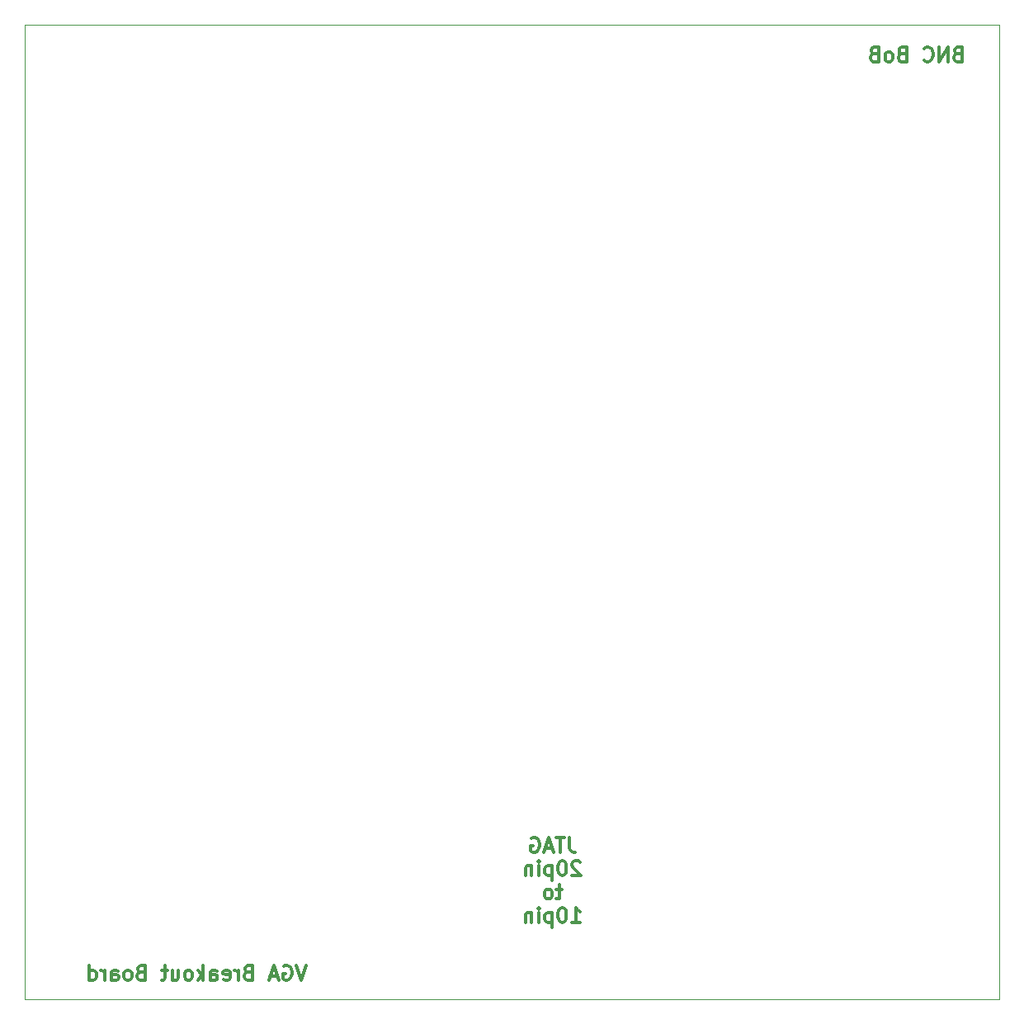
<source format=gbo>
G04 (created by PCBNEW (2013-mar-13)-testing) date Wed 17 Apr 2013 02:01:02 PM EDT*
%MOIN*%
G04 Gerber Fmt 3.4, Leading zero omitted, Abs format*
%FSLAX34Y34*%
G01*
G70*
G90*
G04 APERTURE LIST*
%ADD10C,0.006*%
%ADD11C,0.011811*%
%ADD12C,0.00393701*%
%ADD13R,0.06X0.06*%
%ADD14C,0.06*%
%ADD15C,0.0590551*%
%ADD16C,0.0593*%
%ADD17O,0.1378X0.2756*%
%ADD18O,0.063X0.0984*%
G04 APERTURE END LIST*
G54D10*
G54D11*
X77045Y-40557D02*
X76960Y-40585D01*
X76932Y-40614D01*
X76904Y-40670D01*
X76904Y-40754D01*
X76932Y-40810D01*
X76960Y-40839D01*
X77016Y-40867D01*
X77241Y-40867D01*
X77241Y-40276D01*
X77045Y-40276D01*
X76988Y-40304D01*
X76960Y-40332D01*
X76932Y-40389D01*
X76932Y-40445D01*
X76960Y-40501D01*
X76988Y-40529D01*
X77045Y-40557D01*
X77241Y-40557D01*
X76651Y-40867D02*
X76651Y-40276D01*
X76313Y-40867D01*
X76313Y-40276D01*
X75695Y-40810D02*
X75723Y-40839D01*
X75807Y-40867D01*
X75864Y-40867D01*
X75948Y-40839D01*
X76004Y-40782D01*
X76032Y-40726D01*
X76060Y-40614D01*
X76060Y-40529D01*
X76032Y-40417D01*
X76004Y-40360D01*
X75948Y-40304D01*
X75864Y-40276D01*
X75807Y-40276D01*
X75723Y-40304D01*
X75695Y-40332D01*
X74795Y-40557D02*
X74711Y-40585D01*
X74682Y-40614D01*
X74654Y-40670D01*
X74654Y-40754D01*
X74682Y-40810D01*
X74711Y-40839D01*
X74767Y-40867D01*
X74992Y-40867D01*
X74992Y-40276D01*
X74795Y-40276D01*
X74739Y-40304D01*
X74711Y-40332D01*
X74682Y-40389D01*
X74682Y-40445D01*
X74711Y-40501D01*
X74739Y-40529D01*
X74795Y-40557D01*
X74992Y-40557D01*
X74317Y-40867D02*
X74373Y-40839D01*
X74401Y-40810D01*
X74429Y-40754D01*
X74429Y-40585D01*
X74401Y-40529D01*
X74373Y-40501D01*
X74317Y-40473D01*
X74232Y-40473D01*
X74176Y-40501D01*
X74148Y-40529D01*
X74120Y-40585D01*
X74120Y-40754D01*
X74148Y-40810D01*
X74176Y-40839D01*
X74232Y-40867D01*
X74317Y-40867D01*
X73670Y-40557D02*
X73586Y-40585D01*
X73558Y-40614D01*
X73529Y-40670D01*
X73529Y-40754D01*
X73558Y-40810D01*
X73586Y-40839D01*
X73642Y-40867D01*
X73867Y-40867D01*
X73867Y-40276D01*
X73670Y-40276D01*
X73614Y-40304D01*
X73586Y-40332D01*
X73558Y-40389D01*
X73558Y-40445D01*
X73586Y-40501D01*
X73614Y-40529D01*
X73670Y-40557D01*
X73867Y-40557D01*
X50715Y-77376D02*
X50518Y-77967D01*
X50321Y-77376D01*
X49815Y-77404D02*
X49871Y-77376D01*
X49955Y-77376D01*
X50040Y-77404D01*
X50096Y-77460D01*
X50124Y-77517D01*
X50152Y-77629D01*
X50152Y-77714D01*
X50124Y-77826D01*
X50096Y-77882D01*
X50040Y-77939D01*
X49955Y-77967D01*
X49899Y-77967D01*
X49815Y-77939D01*
X49787Y-77910D01*
X49787Y-77714D01*
X49899Y-77714D01*
X49562Y-77798D02*
X49280Y-77798D01*
X49618Y-77967D02*
X49421Y-77376D01*
X49224Y-77967D01*
X48380Y-77657D02*
X48296Y-77685D01*
X48268Y-77714D01*
X48240Y-77770D01*
X48240Y-77854D01*
X48268Y-77910D01*
X48296Y-77939D01*
X48352Y-77967D01*
X48577Y-77967D01*
X48577Y-77376D01*
X48380Y-77376D01*
X48324Y-77404D01*
X48296Y-77432D01*
X48268Y-77489D01*
X48268Y-77545D01*
X48296Y-77601D01*
X48324Y-77629D01*
X48380Y-77657D01*
X48577Y-77657D01*
X47987Y-77967D02*
X47987Y-77573D01*
X47987Y-77685D02*
X47959Y-77629D01*
X47931Y-77601D01*
X47874Y-77573D01*
X47818Y-77573D01*
X47396Y-77939D02*
X47452Y-77967D01*
X47565Y-77967D01*
X47621Y-77939D01*
X47649Y-77882D01*
X47649Y-77657D01*
X47621Y-77601D01*
X47565Y-77573D01*
X47452Y-77573D01*
X47396Y-77601D01*
X47368Y-77657D01*
X47368Y-77714D01*
X47649Y-77770D01*
X46862Y-77967D02*
X46862Y-77657D01*
X46890Y-77601D01*
X46946Y-77573D01*
X47059Y-77573D01*
X47115Y-77601D01*
X46862Y-77939D02*
X46918Y-77967D01*
X47059Y-77967D01*
X47115Y-77939D01*
X47143Y-77882D01*
X47143Y-77826D01*
X47115Y-77770D01*
X47059Y-77742D01*
X46918Y-77742D01*
X46862Y-77714D01*
X46581Y-77967D02*
X46581Y-77376D01*
X46524Y-77742D02*
X46356Y-77967D01*
X46356Y-77573D02*
X46581Y-77798D01*
X46018Y-77967D02*
X46075Y-77939D01*
X46103Y-77910D01*
X46131Y-77854D01*
X46131Y-77685D01*
X46103Y-77629D01*
X46075Y-77601D01*
X46018Y-77573D01*
X45934Y-77573D01*
X45878Y-77601D01*
X45850Y-77629D01*
X45821Y-77685D01*
X45821Y-77854D01*
X45850Y-77910D01*
X45878Y-77939D01*
X45934Y-77967D01*
X46018Y-77967D01*
X45315Y-77573D02*
X45315Y-77967D01*
X45568Y-77573D02*
X45568Y-77882D01*
X45540Y-77939D01*
X45484Y-77967D01*
X45400Y-77967D01*
X45343Y-77939D01*
X45315Y-77910D01*
X45118Y-77573D02*
X44893Y-77573D01*
X45034Y-77376D02*
X45034Y-77882D01*
X45006Y-77939D01*
X44950Y-77967D01*
X44893Y-77967D01*
X44050Y-77657D02*
X43965Y-77685D01*
X43937Y-77714D01*
X43909Y-77770D01*
X43909Y-77854D01*
X43937Y-77910D01*
X43965Y-77939D01*
X44022Y-77967D01*
X44247Y-77967D01*
X44247Y-77376D01*
X44050Y-77376D01*
X43994Y-77404D01*
X43965Y-77432D01*
X43937Y-77489D01*
X43937Y-77545D01*
X43965Y-77601D01*
X43994Y-77629D01*
X44050Y-77657D01*
X44247Y-77657D01*
X43572Y-77967D02*
X43628Y-77939D01*
X43656Y-77910D01*
X43684Y-77854D01*
X43684Y-77685D01*
X43656Y-77629D01*
X43628Y-77601D01*
X43572Y-77573D01*
X43487Y-77573D01*
X43431Y-77601D01*
X43403Y-77629D01*
X43375Y-77685D01*
X43375Y-77854D01*
X43403Y-77910D01*
X43431Y-77939D01*
X43487Y-77967D01*
X43572Y-77967D01*
X42869Y-77967D02*
X42869Y-77657D01*
X42897Y-77601D01*
X42953Y-77573D01*
X43066Y-77573D01*
X43122Y-77601D01*
X42869Y-77939D02*
X42925Y-77967D01*
X43066Y-77967D01*
X43122Y-77939D01*
X43150Y-77882D01*
X43150Y-77826D01*
X43122Y-77770D01*
X43066Y-77742D01*
X42925Y-77742D01*
X42869Y-77714D01*
X42587Y-77967D02*
X42587Y-77573D01*
X42587Y-77685D02*
X42559Y-77629D01*
X42531Y-77601D01*
X42475Y-77573D01*
X42419Y-77573D01*
X41969Y-77967D02*
X41969Y-77376D01*
X41969Y-77939D02*
X42025Y-77967D01*
X42138Y-77967D01*
X42194Y-77939D01*
X42222Y-77910D01*
X42250Y-77854D01*
X42250Y-77685D01*
X42222Y-77629D01*
X42194Y-77601D01*
X42138Y-77573D01*
X42025Y-77573D01*
X41969Y-77601D01*
X61374Y-72210D02*
X61374Y-72631D01*
X61402Y-72716D01*
X61458Y-72772D01*
X61542Y-72800D01*
X61598Y-72800D01*
X61177Y-72210D02*
X60839Y-72210D01*
X61008Y-72800D02*
X61008Y-72210D01*
X60670Y-72631D02*
X60389Y-72631D01*
X60727Y-72800D02*
X60530Y-72210D01*
X60333Y-72800D01*
X59827Y-72238D02*
X59883Y-72210D01*
X59967Y-72210D01*
X60052Y-72238D01*
X60108Y-72294D01*
X60136Y-72350D01*
X60164Y-72463D01*
X60164Y-72547D01*
X60136Y-72660D01*
X60108Y-72716D01*
X60052Y-72772D01*
X59967Y-72800D01*
X59911Y-72800D01*
X59827Y-72772D01*
X59799Y-72744D01*
X59799Y-72547D01*
X59911Y-72547D01*
X61809Y-73211D02*
X61781Y-73183D01*
X61725Y-73154D01*
X61584Y-73154D01*
X61528Y-73183D01*
X61500Y-73211D01*
X61472Y-73267D01*
X61472Y-73323D01*
X61500Y-73408D01*
X61838Y-73745D01*
X61472Y-73745D01*
X61106Y-73154D02*
X61050Y-73154D01*
X60994Y-73183D01*
X60966Y-73211D01*
X60938Y-73267D01*
X60910Y-73379D01*
X60910Y-73520D01*
X60938Y-73633D01*
X60966Y-73689D01*
X60994Y-73717D01*
X61050Y-73745D01*
X61106Y-73745D01*
X61163Y-73717D01*
X61191Y-73689D01*
X61219Y-73633D01*
X61247Y-73520D01*
X61247Y-73379D01*
X61219Y-73267D01*
X61191Y-73211D01*
X61163Y-73183D01*
X61106Y-73154D01*
X60656Y-73351D02*
X60656Y-73942D01*
X60656Y-73379D02*
X60600Y-73351D01*
X60488Y-73351D01*
X60431Y-73379D01*
X60403Y-73408D01*
X60375Y-73464D01*
X60375Y-73633D01*
X60403Y-73689D01*
X60431Y-73717D01*
X60488Y-73745D01*
X60600Y-73745D01*
X60656Y-73717D01*
X60122Y-73745D02*
X60122Y-73351D01*
X60122Y-73154D02*
X60150Y-73183D01*
X60122Y-73211D01*
X60094Y-73183D01*
X60122Y-73154D01*
X60122Y-73211D01*
X59841Y-73351D02*
X59841Y-73745D01*
X59841Y-73408D02*
X59813Y-73379D01*
X59757Y-73351D01*
X59672Y-73351D01*
X59616Y-73379D01*
X59588Y-73436D01*
X59588Y-73745D01*
X61064Y-74296D02*
X60839Y-74296D01*
X60980Y-74099D02*
X60980Y-74606D01*
X60952Y-74662D01*
X60895Y-74690D01*
X60839Y-74690D01*
X60558Y-74690D02*
X60614Y-74662D01*
X60642Y-74634D01*
X60670Y-74577D01*
X60670Y-74409D01*
X60642Y-74352D01*
X60614Y-74324D01*
X60558Y-74296D01*
X60474Y-74296D01*
X60417Y-74324D01*
X60389Y-74352D01*
X60361Y-74409D01*
X60361Y-74577D01*
X60389Y-74634D01*
X60417Y-74662D01*
X60474Y-74690D01*
X60558Y-74690D01*
X61472Y-75635D02*
X61809Y-75635D01*
X61641Y-75635D02*
X61641Y-75044D01*
X61697Y-75129D01*
X61753Y-75185D01*
X61809Y-75213D01*
X61106Y-75044D02*
X61050Y-75044D01*
X60994Y-75072D01*
X60966Y-75100D01*
X60938Y-75157D01*
X60910Y-75269D01*
X60910Y-75410D01*
X60938Y-75522D01*
X60966Y-75579D01*
X60994Y-75607D01*
X61050Y-75635D01*
X61106Y-75635D01*
X61163Y-75607D01*
X61191Y-75579D01*
X61219Y-75522D01*
X61247Y-75410D01*
X61247Y-75269D01*
X61219Y-75157D01*
X61191Y-75100D01*
X61163Y-75072D01*
X61106Y-75044D01*
X60656Y-75241D02*
X60656Y-75832D01*
X60656Y-75269D02*
X60600Y-75241D01*
X60488Y-75241D01*
X60431Y-75269D01*
X60403Y-75297D01*
X60375Y-75354D01*
X60375Y-75522D01*
X60403Y-75579D01*
X60431Y-75607D01*
X60488Y-75635D01*
X60600Y-75635D01*
X60656Y-75607D01*
X60122Y-75635D02*
X60122Y-75241D01*
X60122Y-75044D02*
X60150Y-75072D01*
X60122Y-75100D01*
X60094Y-75072D01*
X60122Y-75044D01*
X60122Y-75100D01*
X59841Y-75241D02*
X59841Y-75635D01*
X59841Y-75297D02*
X59813Y-75269D01*
X59757Y-75241D01*
X59672Y-75241D01*
X59616Y-75269D01*
X59588Y-75325D01*
X59588Y-75635D01*
G54D12*
X39370Y-39370D02*
X39370Y-78740D01*
X78740Y-39370D02*
X78740Y-78740D01*
X39370Y-78740D02*
X78740Y-78740D01*
X39370Y-39370D02*
X78740Y-39370D01*
%LPC*%
G54D13*
X50370Y-63370D03*
G54D14*
X50370Y-62370D03*
X50370Y-61370D03*
X50370Y-60370D03*
X50370Y-59370D03*
X50370Y-58370D03*
X50370Y-57370D03*
X50370Y-56370D03*
X50370Y-55370D03*
X50370Y-54370D03*
X50370Y-53370D03*
X50370Y-52370D03*
X50370Y-51370D03*
X50370Y-50370D03*
X50370Y-49370D03*
X50370Y-48370D03*
X50370Y-47370D03*
X50370Y-46370D03*
X50370Y-45370D03*
X50370Y-44370D03*
X50370Y-43370D03*
X50370Y-42370D03*
X50370Y-41370D03*
X50370Y-40370D03*
G54D13*
X40370Y-40370D03*
G54D14*
X40370Y-41370D03*
X40370Y-42370D03*
X40370Y-43370D03*
X40370Y-44370D03*
X40370Y-45370D03*
X40370Y-46370D03*
X40370Y-47370D03*
X40370Y-48370D03*
X40370Y-49370D03*
X40370Y-50370D03*
X40370Y-51370D03*
X40370Y-52370D03*
X40370Y-53370D03*
X40370Y-54370D03*
X40370Y-55370D03*
X40370Y-56370D03*
X40370Y-57370D03*
X40370Y-58370D03*
X40370Y-59370D03*
X40370Y-60370D03*
X40370Y-61370D03*
X40370Y-62370D03*
X40370Y-63370D03*
G54D13*
X50370Y-69688D03*
G54D14*
X49370Y-69688D03*
X48370Y-69688D03*
X47370Y-69688D03*
X46370Y-69688D03*
X45370Y-69688D03*
X44370Y-69688D03*
X43370Y-69688D03*
X42370Y-69688D03*
X41370Y-69688D03*
G54D15*
X47570Y-73188D03*
X46669Y-73188D03*
X45771Y-73188D03*
X44866Y-73188D03*
X43964Y-73188D03*
X48019Y-74188D03*
X47118Y-74188D03*
X46216Y-74188D03*
X45314Y-74188D03*
X44413Y-74188D03*
X47570Y-75188D03*
X46669Y-75188D03*
X45771Y-75188D03*
X44866Y-75188D03*
X43964Y-75188D03*
G54D13*
X65370Y-66370D03*
G54D14*
X65370Y-65370D03*
X65370Y-64370D03*
X65370Y-63370D03*
X65370Y-62370D03*
X65370Y-61370D03*
X65370Y-60370D03*
X65370Y-59370D03*
X65370Y-58370D03*
X65370Y-57370D03*
X65370Y-56370D03*
X65370Y-55370D03*
X65370Y-54370D03*
X65370Y-53370D03*
X65370Y-52370D03*
X65370Y-51370D03*
X65370Y-50370D03*
X65370Y-49370D03*
X65370Y-48370D03*
X65370Y-47370D03*
X65370Y-46370D03*
X65370Y-45370D03*
X65370Y-44370D03*
X65370Y-43370D03*
X65370Y-42370D03*
X65370Y-41370D03*
X65370Y-40370D03*
G54D13*
X53370Y-40370D03*
G54D14*
X53370Y-41370D03*
X53370Y-42370D03*
X53370Y-43370D03*
X53370Y-44370D03*
X53370Y-45370D03*
X53370Y-46370D03*
X53370Y-47370D03*
X53370Y-48370D03*
X53370Y-49370D03*
X53370Y-50370D03*
X53370Y-51370D03*
X53370Y-52370D03*
X53370Y-53370D03*
X53370Y-54370D03*
X53370Y-55370D03*
X53370Y-56370D03*
X53370Y-57370D03*
X53370Y-58370D03*
X53370Y-59370D03*
X53370Y-60370D03*
X53370Y-61370D03*
X53370Y-62370D03*
X53370Y-63370D03*
X53370Y-64370D03*
X53370Y-65370D03*
X53370Y-66370D03*
G54D13*
X54500Y-77250D03*
G54D14*
X55500Y-77250D03*
X56500Y-77250D03*
G54D13*
X54500Y-74250D03*
G54D14*
X55500Y-74250D03*
X56500Y-74250D03*
G54D13*
X54500Y-76250D03*
G54D14*
X54500Y-75250D03*
X55500Y-76250D03*
X55500Y-75250D03*
X56500Y-76250D03*
X56500Y-75250D03*
X60816Y-71511D03*
G54D16*
X61066Y-77261D03*
X61066Y-76261D03*
X62066Y-77261D03*
X62066Y-76261D03*
X63066Y-77261D03*
X63066Y-76261D03*
X64066Y-77261D03*
X64066Y-76261D03*
X65066Y-77261D03*
X65066Y-76261D03*
X66066Y-77261D03*
X66066Y-76261D03*
X67066Y-77261D03*
X67066Y-76261D03*
X68066Y-77261D03*
X68066Y-76261D03*
X69066Y-77261D03*
X69066Y-76261D03*
X70066Y-77261D03*
X70066Y-76261D03*
G54D13*
X75500Y-46000D03*
G54D14*
X74500Y-46000D03*
G54D17*
X73493Y-42790D03*
X77508Y-42790D03*
G54D18*
X75500Y-44469D03*
X74516Y-44469D03*
G54D13*
X70500Y-48750D03*
G54D14*
X70500Y-49750D03*
X70500Y-50750D03*
X70500Y-51750D03*
X70500Y-52750D03*
X70500Y-53750D03*
X70500Y-54750D03*
X70500Y-55750D03*
X70500Y-56750D03*
X70500Y-57750D03*
X70500Y-58750D03*
X70500Y-59750D03*
X70500Y-60750D03*
X70500Y-61750D03*
G54D13*
X77750Y-61750D03*
G54D14*
X77750Y-60750D03*
X77750Y-59750D03*
X77750Y-58750D03*
X77750Y-57750D03*
X77750Y-56750D03*
X77750Y-55750D03*
X77750Y-54750D03*
X77750Y-53750D03*
X77750Y-52750D03*
X77750Y-51750D03*
X77750Y-50750D03*
X77750Y-49750D03*
X77750Y-48750D03*
G54D13*
X74671Y-64270D03*
G54D14*
X74671Y-65270D03*
X74671Y-66270D03*
G54D13*
X77671Y-64270D03*
G54D14*
X77671Y-65270D03*
X77671Y-66270D03*
M02*

</source>
